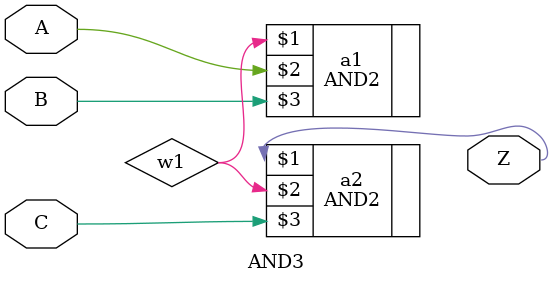
<source format=v>
`timescale 1ns / 1ps


module AND3 (
    output Z,
    input A,
    input B,
    input C
    );
    wire w1;
    
    AND2 a1(w1,A,B);
    AND2 a2(Z,w1,C);
    
endmodule


</source>
